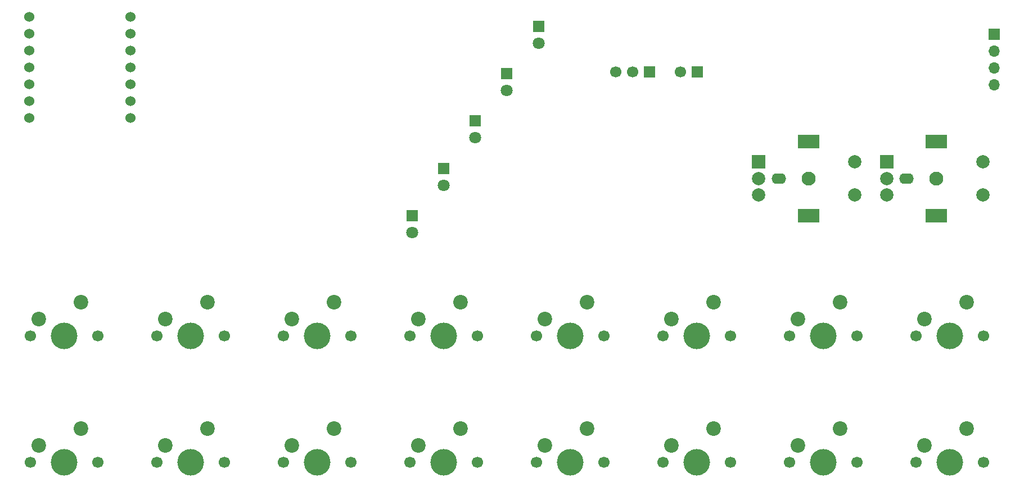
<source format=gbr>
%TF.GenerationSoftware,KiCad,Pcbnew,9.0.6*%
%TF.CreationDate,2025-12-14T23:03:34+01:00*%
%TF.ProjectId,KiCad-Diynamic-Project-Display-Module,4b694361-642d-4446-9979-6e616d69632d,rev?*%
%TF.SameCoordinates,Original*%
%TF.FileFunction,Soldermask,Bot*%
%TF.FilePolarity,Negative*%
%FSLAX46Y46*%
G04 Gerber Fmt 4.6, Leading zero omitted, Abs format (unit mm)*
G04 Created by KiCad (PCBNEW 9.0.6) date 2025-12-14 23:03:34*
%MOMM*%
%LPD*%
G01*
G04 APERTURE LIST*
%ADD10O,2.200000X1.600000*%
%ADD11C,2.100000*%
%ADD12R,2.000000X2.000000*%
%ADD13C,2.000000*%
%ADD14R,3.200000X2.000000*%
%ADD15C,1.700000*%
%ADD16C,4.000000*%
%ADD17C,2.200000*%
%ADD18C,1.524000*%
%ADD19R,1.700000X1.700000*%
%ADD20O,1.700000X1.700000*%
%ADD21R,1.800000X1.800000*%
%ADD22C,1.800000*%
G04 APERTURE END LIST*
D10*
%TO.C,SW17*%
X186143750Y-73937500D03*
D11*
X190643750Y-73937500D03*
D12*
X183143750Y-71437500D03*
D13*
X183143750Y-76437500D03*
X183143750Y-73937500D03*
D14*
X190643750Y-68337500D03*
X190643750Y-79537500D03*
D13*
X197643750Y-76437500D03*
X197643750Y-71437500D03*
%TD*%
D10*
%TO.C,SW18*%
X205406250Y-73937500D03*
D11*
X209906250Y-73937500D03*
D12*
X202406250Y-71437500D03*
D13*
X202406250Y-76437500D03*
X202406250Y-73937500D03*
D14*
X209906250Y-68337500D03*
X209906250Y-79537500D03*
D13*
X216906250Y-76437500D03*
X216906250Y-71437500D03*
%TD*%
D15*
%TO.C,SW16*%
X206851250Y-97631250D03*
D16*
X211931250Y-97631250D03*
D15*
X217011250Y-97631250D03*
D17*
X214471250Y-92551250D03*
X208121250Y-95091250D03*
%TD*%
D15*
%TO.C,SW10*%
X92551250Y-97631250D03*
D16*
X97631250Y-97631250D03*
D15*
X102711250Y-97631250D03*
D17*
X100171250Y-92551250D03*
X93821250Y-95091250D03*
%TD*%
D15*
%TO.C,SW3*%
X111601250Y-116681250D03*
D16*
X116681250Y-116681250D03*
D15*
X121761250Y-116681250D03*
D17*
X119221250Y-111601250D03*
X112871250Y-114141250D03*
%TD*%
D15*
%TO.C,SW6*%
X168751250Y-116681250D03*
D16*
X173831250Y-116681250D03*
D15*
X178911250Y-116681250D03*
D17*
X176371250Y-111601250D03*
X170021250Y-114141250D03*
%TD*%
D15*
%TO.C,SW2*%
X92551250Y-116681250D03*
D16*
X97631250Y-116681250D03*
D15*
X102711250Y-116681250D03*
D17*
X100171250Y-111601250D03*
X93821250Y-114141250D03*
%TD*%
D15*
%TO.C,SW14*%
X168751250Y-97631250D03*
D16*
X173831250Y-97631250D03*
D15*
X178911250Y-97631250D03*
D17*
X176371250Y-92551250D03*
X170021250Y-95091250D03*
%TD*%
D15*
%TO.C,SW12*%
X130651250Y-97631250D03*
D16*
X135731250Y-97631250D03*
D15*
X140811250Y-97631250D03*
D17*
X138271250Y-92551250D03*
X131921250Y-95091250D03*
%TD*%
D15*
%TO.C,SW8*%
X206851250Y-116681250D03*
D16*
X211931250Y-116681250D03*
D15*
X217011250Y-116681250D03*
D17*
X214471250Y-111601250D03*
X208121250Y-114141250D03*
%TD*%
D15*
%TO.C,SW7*%
X187801250Y-116681250D03*
D16*
X192881250Y-116681250D03*
D15*
X197961250Y-116681250D03*
D17*
X195421250Y-111601250D03*
X189071250Y-114141250D03*
%TD*%
D15*
%TO.C,SW5*%
X149701250Y-116681250D03*
D16*
X154781250Y-116681250D03*
D15*
X159861250Y-116681250D03*
D17*
X157321250Y-111601250D03*
X150971250Y-114141250D03*
%TD*%
D15*
%TO.C,SW13*%
X149701250Y-97631250D03*
D16*
X154781250Y-97631250D03*
D15*
X159861250Y-97631250D03*
D17*
X157321250Y-92551250D03*
X150971250Y-95091250D03*
%TD*%
D15*
%TO.C,SW9*%
X73501250Y-97631250D03*
D16*
X78581250Y-97631250D03*
D15*
X83661250Y-97631250D03*
D17*
X81121250Y-92551250D03*
X74771250Y-95091250D03*
%TD*%
D15*
%TO.C,SW4*%
X130651250Y-116681250D03*
D16*
X135731250Y-116681250D03*
D15*
X140811250Y-116681250D03*
D17*
X138271250Y-111601250D03*
X131921250Y-114141250D03*
%TD*%
D15*
%TO.C,SW11*%
X111601250Y-97631250D03*
D16*
X116681250Y-97631250D03*
D15*
X121761250Y-97631250D03*
D17*
X119221250Y-92551250D03*
X112871250Y-95091250D03*
%TD*%
D15*
%TO.C,SW1*%
X73501250Y-116681250D03*
D16*
X78581250Y-116681250D03*
D15*
X83661250Y-116681250D03*
D17*
X81121250Y-111601250D03*
X74771250Y-114141250D03*
%TD*%
D15*
%TO.C,SW15*%
X187801250Y-97631250D03*
D16*
X192881250Y-97631250D03*
D15*
X197961250Y-97631250D03*
D17*
X195421250Y-92551250D03*
X189071250Y-95091250D03*
%TD*%
D18*
%TO.C,U1*%
X73342500Y-49530000D03*
X73342500Y-52070000D03*
X73342500Y-54610000D03*
X73342500Y-57150000D03*
X73342500Y-59690000D03*
X73342500Y-62230000D03*
X73342500Y-64770000D03*
X88582500Y-64770000D03*
X88582500Y-62230000D03*
X88582500Y-59690000D03*
X88582500Y-57150000D03*
X88582500Y-54610000D03*
X88582500Y-52070000D03*
X88582500Y-49530000D03*
%TD*%
D19*
%TO.C,Brd1*%
X218600000Y-52190000D03*
D20*
X218600000Y-54730000D03*
X218600000Y-57270000D03*
X218600000Y-59810000D03*
%TD*%
D21*
%TO.C,D21*%
X130937500Y-79543750D03*
D22*
X130937500Y-82083750D03*
%TD*%
D21*
%TO.C,D18*%
X145225000Y-58112500D03*
D22*
X145225000Y-60652500D03*
%TD*%
D21*
%TO.C,D19*%
X140462500Y-65256250D03*
D22*
X140462500Y-67796250D03*
%TD*%
D21*
%TO.C,D20*%
X135700000Y-72400000D03*
D22*
X135700000Y-74940000D03*
%TD*%
D21*
%TO.C,D17*%
X149987500Y-50968750D03*
D22*
X149987500Y-53508750D03*
%TD*%
D19*
%TO.C,J2*%
X173880000Y-57885000D03*
D15*
X171340000Y-57885000D03*
%TD*%
D19*
%TO.C,J1*%
X166740000Y-57885000D03*
D15*
X164200000Y-57885000D03*
X161660000Y-57885000D03*
%TD*%
M02*

</source>
